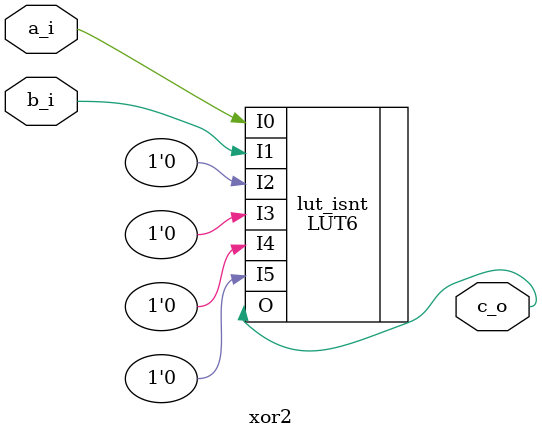
<source format=sv>
module xor2
  (input [0:0] a_i
  ,input [0:0] b_i
  ,output [0:0] c_o);

  LUT6
   #(64'b0110)
  lut_isnt
   (.O(c_o)
   ,.I0(a_i)
   ,.I1(b_i)
   ,.I2(1'b0)
   ,.I3(1'b0)
   ,.I4(1'b0)
   ,.I5(1'b0)
   );  

endmodule

</source>
